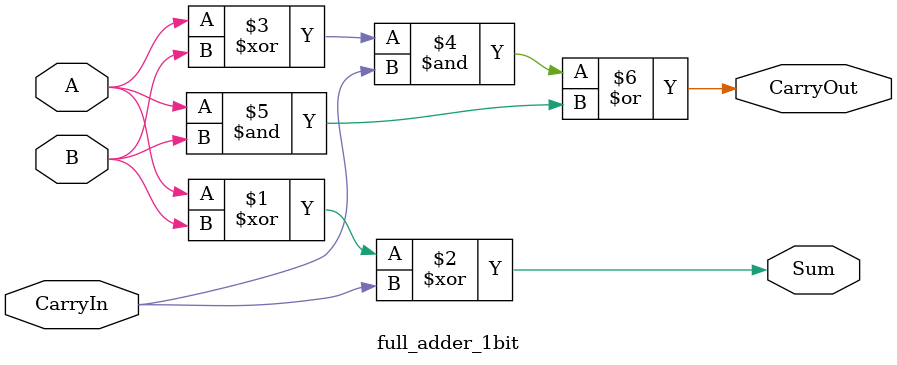
<source format=v>
/**
 *  Module is a full adder, which computes the addition of two
 *  1-bit values and outputs a sum and carry out bit. The adder
 *  also takes in a carry in bit that is added.
 */
module full_adder_1bit(Sum, CarryOut, A, B ,CarryIn);

    /**
     *  Define module inputs and outputs.
     */
    input wire A, B;         // Two 1-bit input values
    input wire CarryIn;      // Carry in bit that is added in
    output wire Sum;         // Resulting bit
    output wire CarryOut;    // Extra carry out bit that ripples

    /**
     *  Compute the sum bit.
     */
    assign Sum = A ^ B ^ CarryIn;
    
    /** 
     *  Compute the carry out bit.
     */ 
    assign CarryOut = ((A ^ B) & CarryIn) | (A & B);

endmodule
// wire

</source>
